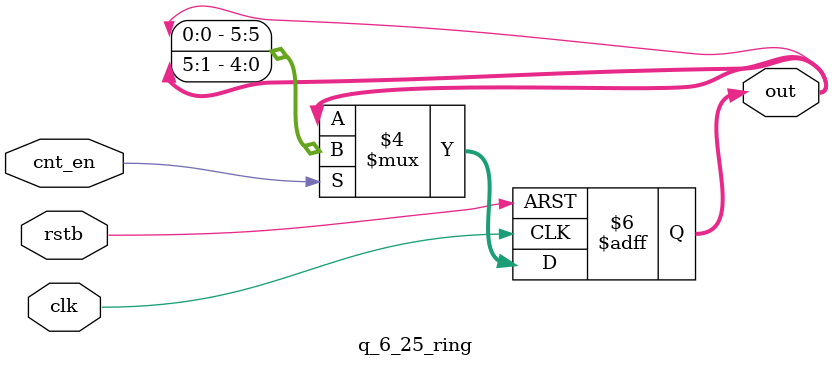
<source format=v>
module q_6_25_ring (
    input rstb, clk, cnt_en,
    output reg [5:0] out
);
    always @ (posedge clk, negedge rstb)
    begin
        if (!rstb)
        begin
            out <= 6'b100000;
        end
        else
        begin
            if (cnt_en)
            begin
                out <= {out[0], out[5:1]};
            end
            else
            begin
                out <= out;
            end
        end
    end
endmodule

</source>
